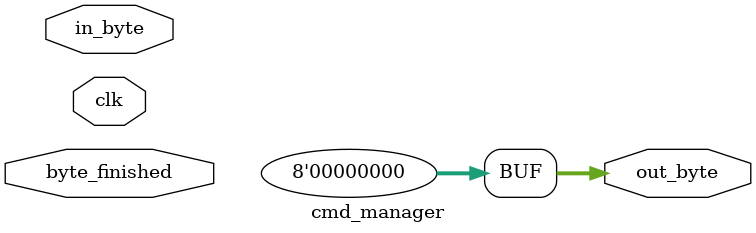
<source format=v>
module cmd_manager
(
    input clk,
    input [7:0] in_byte,
    input byte_finished,
    output reg [7:0] out_byte = 8'h00
);

    localparam [5:0] INITIALIZE_CMD = 6'h00;
    localparam [5:0] WRITE_BYTE_CMD = 6'h01;
    localparam [5:0] READ_BYTE_CMD = 6'h02;

    reg prev_finished = 1'b0;
    reg [31:0] cmd_frame = 32'h00000000;
    reg [2:0] byte_cnt = 3'h4;

    always @(posedge clk) begin
        if (byte_finished ^ prev_finished) begin
            prev_finished <= byte_finished;
            cmd_frame[(byte_cnt * 8) - 1:(byte_cnt - 1 * 8)] <= in_byte;
            
            if (byte_cnt > 3'h1) begin
                byte_cnt <= byte_cnt - 3'h1;
            end else begin
                byte_cnt <= 3'h4;
            end
        end
    end
endmodule
</source>
